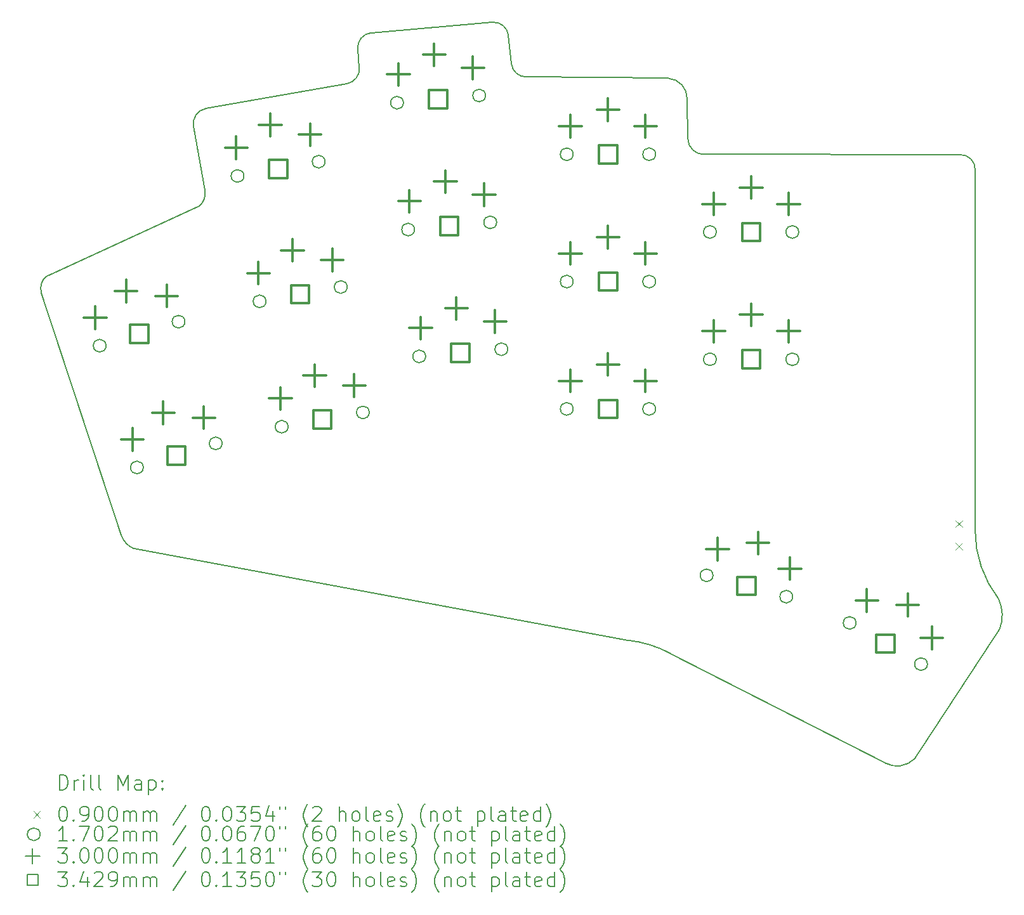
<source format=gbr>
%FSLAX45Y45*%
G04 Gerber Fmt 4.5, Leading zero omitted, Abs format (unit mm)*
G04 Created by KiCad (PCBNEW (6.0.4)) date 2022-05-01 21:28:00*
%MOMM*%
%LPD*%
G01*
G04 APERTURE LIST*
%TA.AperFunction,Profile*%
%ADD10C,0.150000*%
%TD*%
%ADD11C,0.200000*%
%ADD12C,0.090000*%
%ADD13C,0.170180*%
%ADD14C,0.300000*%
%ADD15C,0.342900*%
G04 APERTURE END LIST*
D10*
X10251727Y11883106D02*
G75*
G03*
X10450959Y11700537I199233J17424D01*
G01*
X12608825Y10870340D02*
X12598400Y11404600D01*
X8058800Y11611548D02*
G75*
G03*
X8223309Y11825945I-34731J196962D01*
G01*
X16763999Y4318001D02*
G75*
G03*
X16752859Y4733046I-472509J194990D01*
G01*
X16441111Y5648503D02*
G75*
G03*
X16752859Y4733046I1499999J-3D01*
G01*
X6012082Y11047576D02*
X6163049Y10187462D01*
X11806780Y4180264D02*
X5213573Y5402893D01*
X8383412Y12290698D02*
X9997248Y12431891D01*
X5045087Y5585913D02*
G75*
G03*
X5213573Y5402893I284373J92727D01*
G01*
X16241109Y10662943D02*
X12811720Y10667647D01*
X10450959Y11700537D02*
X12344400Y11684000D01*
X3981545Y8816164D02*
X5045086Y5585913D01*
X10213921Y12250083D02*
G75*
G03*
X9997248Y12431891I-199241J-17433D01*
G01*
X12608823Y10870340D02*
G75*
G03*
X12811720Y10667647I208337J5651D01*
G01*
X6174314Y11279267D02*
G75*
G03*
X6012083Y11047576I34730J-196961D01*
G01*
X15635421Y2598579D02*
X16764000Y4318000D01*
X12374669Y4003459D02*
G75*
G03*
X11806780Y4180264I-740959J-1379509D01*
G01*
X15240000Y2540000D02*
X12374669Y4003459D01*
X12598400Y11404600D02*
G75*
G03*
X12344400Y11684000I-271540J8300D01*
G01*
X15239997Y2539995D02*
G75*
G03*
X15635421Y2598579I158233J295765D01*
G01*
X4045827Y9037960D02*
G75*
G03*
X3981545Y8816164I127373J-157130D01*
G01*
X10213918Y12250083D02*
X10251720Y11883106D01*
X6174314Y11279267D02*
X8058800Y11611553D01*
X6089110Y9978178D02*
G75*
G03*
X6163049Y10187462I-151740J171312D01*
G01*
X8383413Y12290696D02*
G75*
G03*
X8201605Y12074028I17427J-199236D01*
G01*
X4045827Y9037960D02*
X6089109Y9978180D01*
X8223309Y11825945D02*
X8201605Y12074028D01*
X16441105Y10464800D02*
G75*
G03*
X16241109Y10662943I-193446J4750D01*
G01*
X16441109Y5648503D02*
X16441109Y10464800D01*
D11*
D12*
X16179215Y5779949D02*
X16269215Y5689949D01*
X16269215Y5779949D02*
X16179215Y5689949D01*
X16179215Y5479950D02*
X16269215Y5389950D01*
X16269215Y5479950D02*
X16179215Y5389950D01*
D13*
X4843348Y8112192D02*
G75*
G03*
X4843348Y8112192I-85090J0D01*
G01*
X4843348Y8112192D02*
G75*
G03*
X4843348Y8112192I-85090J0D01*
G01*
X5340380Y6486474D02*
G75*
G03*
X5340380Y6486474I-85090J0D01*
G01*
X5340380Y6486474D02*
G75*
G03*
X5340380Y6486474I-85090J0D01*
G01*
X5895283Y8433801D02*
G75*
G03*
X5895283Y8433801I-85090J0D01*
G01*
X5895283Y8433801D02*
G75*
G03*
X5895283Y8433801I-85090J0D01*
G01*
X6392315Y6808083D02*
G75*
G03*
X6392315Y6808083I-85090J0D01*
G01*
X6392315Y6808083D02*
G75*
G03*
X6392315Y6808083I-85090J0D01*
G01*
X6682157Y10379000D02*
G75*
G03*
X6682157Y10379000I-85090J0D01*
G01*
X6682157Y10379000D02*
G75*
G03*
X6682157Y10379000I-85090J0D01*
G01*
X6977359Y8704827D02*
G75*
G03*
X6977359Y8704827I-85090J0D01*
G01*
X6977359Y8704827D02*
G75*
G03*
X6977359Y8704827I-85090J0D01*
G01*
X7272560Y7030654D02*
G75*
G03*
X7272560Y7030654I-85090J0D01*
G01*
X7272560Y7030654D02*
G75*
G03*
X7272560Y7030654I-85090J0D01*
G01*
X7765445Y10570013D02*
G75*
G03*
X7765445Y10570013I-85090J0D01*
G01*
X7765445Y10570013D02*
G75*
G03*
X7765445Y10570013I-85090J0D01*
G01*
X8060647Y8895840D02*
G75*
G03*
X8060647Y8895840I-85090J0D01*
G01*
X8060647Y8895840D02*
G75*
G03*
X8060647Y8895840I-85090J0D01*
G01*
X8355849Y7221667D02*
G75*
G03*
X8355849Y7221667I-85090J0D01*
G01*
X8355849Y7221667D02*
G75*
G03*
X8355849Y7221667I-85090J0D01*
G01*
X8811183Y11357012D02*
G75*
G03*
X8811183Y11357012I-85090J0D01*
G01*
X8811183Y11357012D02*
G75*
G03*
X8811183Y11357012I-85090J0D01*
G01*
X8959347Y9663481D02*
G75*
G03*
X8959347Y9663481I-85090J0D01*
G01*
X8959347Y9663481D02*
G75*
G03*
X8959347Y9663481I-85090J0D01*
G01*
X9107512Y7969950D02*
G75*
G03*
X9107512Y7969950I-85090J0D01*
G01*
X9107512Y7969950D02*
G75*
G03*
X9107512Y7969950I-85090J0D01*
G01*
X9906997Y11452883D02*
G75*
G03*
X9906997Y11452883I-85090J0D01*
G01*
X9906997Y11452883D02*
G75*
G03*
X9906997Y11452883I-85090J0D01*
G01*
X10055161Y9759352D02*
G75*
G03*
X10055161Y9759352I-85090J0D01*
G01*
X10055161Y9759352D02*
G75*
G03*
X10055161Y9759352I-85090J0D01*
G01*
X10203326Y8065821D02*
G75*
G03*
X10203326Y8065821I-85090J0D01*
G01*
X10203326Y8065821D02*
G75*
G03*
X10203326Y8065821I-85090J0D01*
G01*
X11076199Y10668602D02*
G75*
G03*
X11076199Y10668602I-85090J0D01*
G01*
X11076199Y10668602D02*
G75*
G03*
X11076199Y10668602I-85090J0D01*
G01*
X11076199Y8968602D02*
G75*
G03*
X11076199Y8968602I-85090J0D01*
G01*
X11076199Y8968602D02*
G75*
G03*
X11076199Y8968602I-85090J0D01*
G01*
X11076199Y7268602D02*
G75*
G03*
X11076199Y7268602I-85090J0D01*
G01*
X11076199Y7268602D02*
G75*
G03*
X11076199Y7268602I-85090J0D01*
G01*
X12176199Y10668602D02*
G75*
G03*
X12176199Y10668602I-85090J0D01*
G01*
X12176199Y10668602D02*
G75*
G03*
X12176199Y10668602I-85090J0D01*
G01*
X12176199Y8968602D02*
G75*
G03*
X12176199Y8968602I-85090J0D01*
G01*
X12176199Y8968602D02*
G75*
G03*
X12176199Y8968602I-85090J0D01*
G01*
X12176199Y7268602D02*
G75*
G03*
X12176199Y7268602I-85090J0D01*
G01*
X12176199Y7268602D02*
G75*
G03*
X12176199Y7268602I-85090J0D01*
G01*
X12942935Y5046224D02*
G75*
G03*
X12942935Y5046224I-85090J0D01*
G01*
X12942935Y5046224D02*
G75*
G03*
X12942935Y5046224I-85090J0D01*
G01*
X12986823Y9631099D02*
G75*
G03*
X12986823Y9631099I-85090J0D01*
G01*
X12986823Y9631099D02*
G75*
G03*
X12986823Y9631099I-85090J0D01*
G01*
X12986823Y7931098D02*
G75*
G03*
X12986823Y7931098I-85090J0D01*
G01*
X12986823Y7931098D02*
G75*
G03*
X12986823Y7931098I-85090J0D01*
G01*
X14005454Y4761523D02*
G75*
G03*
X14005454Y4761523I-85090J0D01*
G01*
X14005454Y4761523D02*
G75*
G03*
X14005454Y4761523I-85090J0D01*
G01*
X14086823Y9631099D02*
G75*
G03*
X14086823Y9631099I-85090J0D01*
G01*
X14086823Y9631099D02*
G75*
G03*
X14086823Y9631099I-85090J0D01*
G01*
X14086823Y7931098D02*
G75*
G03*
X14086823Y7931098I-85090J0D01*
G01*
X14086823Y7931098D02*
G75*
G03*
X14086823Y7931098I-85090J0D01*
G01*
X14851640Y4411021D02*
G75*
G03*
X14851640Y4411021I-85090J0D01*
G01*
X14851640Y4411021D02*
G75*
G03*
X14851640Y4411021I-85090J0D01*
G01*
X15804268Y3861021D02*
G75*
G03*
X15804268Y3861021I-85090J0D01*
G01*
X15804268Y3861021D02*
G75*
G03*
X15804268Y3861021I-85090J0D01*
G01*
D14*
X4696434Y8635425D02*
X4696434Y8335425D01*
X4546434Y8485425D02*
X4846434Y8485425D01*
X5110265Y8991998D02*
X5110265Y8691998D01*
X4960265Y8841998D02*
X5260265Y8841998D01*
X5110265Y8991998D02*
X5110265Y8691998D01*
X4960265Y8841998D02*
X5260265Y8841998D01*
X5193466Y7009707D02*
X5193466Y6709707D01*
X5043466Y6859707D02*
X5343466Y6859707D01*
X5607297Y7366279D02*
X5607297Y7066279D01*
X5457297Y7216279D02*
X5757297Y7216279D01*
X5607297Y7366279D02*
X5607297Y7066279D01*
X5457297Y7216279D02*
X5757297Y7216279D01*
X5652739Y8927796D02*
X5652739Y8627796D01*
X5502739Y8777796D02*
X5802739Y8777796D01*
X6149771Y7302078D02*
X6149771Y7002078D01*
X5999771Y7152078D02*
X6299771Y7152078D01*
X6581189Y10906986D02*
X6581189Y10606986D01*
X6431189Y10756986D02*
X6731189Y10756986D01*
X6876391Y9232812D02*
X6876391Y8932812D01*
X6726391Y9082812D02*
X7026391Y9082812D01*
X7035390Y11210467D02*
X7035390Y10910467D01*
X6885390Y11060467D02*
X7185390Y11060467D01*
X7035390Y11210467D02*
X7035390Y10910467D01*
X6885390Y11060467D02*
X7185390Y11060467D01*
X7171593Y7558639D02*
X7171593Y7258639D01*
X7021593Y7408639D02*
X7321593Y7408639D01*
X7330592Y9536294D02*
X7330592Y9236294D01*
X7180592Y9386294D02*
X7480592Y9386294D01*
X7330592Y9536294D02*
X7330592Y9236294D01*
X7180592Y9386294D02*
X7480592Y9386294D01*
X7565997Y11080634D02*
X7565997Y10780634D01*
X7415997Y10930634D02*
X7715997Y10930634D01*
X7625794Y7862121D02*
X7625794Y7562121D01*
X7475794Y7712121D02*
X7775794Y7712121D01*
X7625794Y7862121D02*
X7625794Y7562121D01*
X7475794Y7712121D02*
X7775794Y7712121D01*
X7861199Y9406461D02*
X7861199Y9106461D01*
X7711199Y9256461D02*
X8011199Y9256461D01*
X8156401Y7732287D02*
X8156401Y7432287D01*
X8006401Y7582287D02*
X8306401Y7582287D01*
X8743219Y11884943D02*
X8743219Y11584943D01*
X8593219Y11734943D02*
X8893219Y11734943D01*
X8891384Y10191412D02*
X8891384Y9891412D01*
X8741384Y10041412D02*
X9041384Y10041412D01*
X9039548Y8497881D02*
X9039548Y8197881D01*
X8889548Y8347881D02*
X9189548Y8347881D01*
X9222142Y12147683D02*
X9222142Y11847683D01*
X9072142Y11997683D02*
X9372142Y11997683D01*
X9222142Y12147683D02*
X9222142Y11847683D01*
X9072142Y11997683D02*
X9372142Y11997683D01*
X9370307Y10454153D02*
X9370307Y10154153D01*
X9220307Y10304153D02*
X9520307Y10304153D01*
X9370307Y10454153D02*
X9370307Y10154153D01*
X9220307Y10304153D02*
X9520307Y10304153D01*
X9518471Y8760622D02*
X9518471Y8460622D01*
X9368471Y8610622D02*
X9668471Y8610622D01*
X9518471Y8760622D02*
X9518471Y8460622D01*
X9368471Y8610622D02*
X9668471Y8610622D01*
X9739414Y11972099D02*
X9739414Y11672099D01*
X9589414Y11822099D02*
X9889414Y11822099D01*
X9887578Y10278568D02*
X9887578Y9978568D01*
X9737578Y10128568D02*
X10037578Y10128568D01*
X10035743Y8585037D02*
X10035743Y8285037D01*
X9885743Y8435037D02*
X10185743Y8435037D01*
X11041109Y11193602D02*
X11041109Y10893602D01*
X10891109Y11043602D02*
X11191109Y11043602D01*
X11041109Y9493602D02*
X11041109Y9193602D01*
X10891109Y9343602D02*
X11191109Y9343602D01*
X11041109Y7793602D02*
X11041109Y7493602D01*
X10891109Y7643602D02*
X11191109Y7643602D01*
X11541109Y11413602D02*
X11541109Y11113602D01*
X11391109Y11263602D02*
X11691109Y11263602D01*
X11541109Y11413602D02*
X11541109Y11113602D01*
X11391109Y11263602D02*
X11691109Y11263602D01*
X11541109Y9713602D02*
X11541109Y9413602D01*
X11391109Y9563602D02*
X11691109Y9563602D01*
X11541109Y9713602D02*
X11541109Y9413602D01*
X11391109Y9563602D02*
X11691109Y9563602D01*
X11541109Y8013602D02*
X11541109Y7713602D01*
X11391109Y7863602D02*
X11691109Y7863602D01*
X11541109Y8013602D02*
X11541109Y7713602D01*
X11391109Y7863602D02*
X11691109Y7863602D01*
X12041109Y11193602D02*
X12041109Y10893602D01*
X11891109Y11043602D02*
X12191109Y11043602D01*
X12041109Y9493602D02*
X12041109Y9193602D01*
X11891109Y9343602D02*
X12191109Y9343602D01*
X12041109Y7793602D02*
X12041109Y7493602D01*
X11891109Y7643602D02*
X12191109Y7643602D01*
X12951733Y10156099D02*
X12951733Y9856099D01*
X12801733Y10006099D02*
X13101733Y10006099D01*
X12951733Y8456099D02*
X12951733Y8156098D01*
X12801733Y8306098D02*
X13101733Y8306098D01*
X13003199Y5545506D02*
X13003199Y5245506D01*
X12853199Y5395506D02*
X13153199Y5395506D01*
X13451733Y10376099D02*
X13451733Y10076099D01*
X13301733Y10226099D02*
X13601733Y10226099D01*
X13451733Y10376099D02*
X13451733Y10076099D01*
X13301733Y10226099D02*
X13601733Y10226099D01*
X13451733Y8676099D02*
X13451733Y8376098D01*
X13301733Y8526099D02*
X13601733Y8526099D01*
X13451733Y8676099D02*
X13451733Y8376098D01*
X13301733Y8526099D02*
X13601733Y8526099D01*
X13543102Y5628600D02*
X13543102Y5328600D01*
X13393102Y5478600D02*
X13693102Y5478600D01*
X13543102Y5628600D02*
X13543102Y5328600D01*
X13393102Y5478600D02*
X13693102Y5478600D01*
X13951733Y10156099D02*
X13951733Y9856099D01*
X13801733Y10006099D02*
X14101733Y10006099D01*
X13951733Y8456099D02*
X13951733Y8156098D01*
X13801733Y8306098D02*
X14101733Y8306098D01*
X13969125Y5286687D02*
X13969125Y4986687D01*
X13819125Y5136687D02*
X14119125Y5136687D01*
X14997352Y4860781D02*
X14997352Y4560781D01*
X14847352Y4710781D02*
X15147352Y4710781D01*
X15540364Y4801306D02*
X15540364Y4501306D01*
X15390364Y4651306D02*
X15690364Y4651306D01*
X15540364Y4801306D02*
X15540364Y4501306D01*
X15390364Y4651306D02*
X15690364Y4651306D01*
X15863377Y4360781D02*
X15863377Y4060781D01*
X15713377Y4210781D02*
X16013377Y4210781D01*
D15*
X5405461Y8151762D02*
X5405461Y8394231D01*
X5162991Y8394231D01*
X5162991Y8151762D01*
X5405461Y8151762D01*
X5405461Y8151762D02*
X5405461Y8394231D01*
X5162991Y8394231D01*
X5162991Y8151762D01*
X5405461Y8151762D01*
X5902492Y6526044D02*
X5902492Y6768513D01*
X5660023Y6768513D01*
X5660023Y6526044D01*
X5902492Y6526044D01*
X5902492Y6526044D02*
X5902492Y6768513D01*
X5660023Y6768513D01*
X5660023Y6526044D01*
X5902492Y6526044D01*
X7259946Y10353272D02*
X7259946Y10595741D01*
X7017476Y10595741D01*
X7017476Y10353272D01*
X7259946Y10353272D01*
X7259946Y10353272D02*
X7259946Y10595741D01*
X7017476Y10595741D01*
X7017476Y10353272D01*
X7259946Y10353272D01*
X7555147Y8679099D02*
X7555147Y8921568D01*
X7312678Y8921568D01*
X7312678Y8679099D01*
X7555147Y8679099D01*
X7555147Y8679099D02*
X7555147Y8921568D01*
X7312678Y8921568D01*
X7312678Y8679099D01*
X7555147Y8679099D01*
X7850349Y7004926D02*
X7850349Y7247395D01*
X7607880Y7247395D01*
X7607880Y7004926D01*
X7850349Y7004926D01*
X7850349Y7004926D02*
X7850349Y7247395D01*
X7607880Y7247395D01*
X7607880Y7004926D01*
X7850349Y7004926D01*
X9395234Y11283713D02*
X9395234Y11526182D01*
X9152765Y11526182D01*
X9152765Y11283713D01*
X9395234Y11283713D01*
X9395234Y11283713D02*
X9395234Y11526182D01*
X9152765Y11526182D01*
X9152765Y11283713D01*
X9395234Y11283713D01*
X9543399Y9590182D02*
X9543399Y9832651D01*
X9300930Y9832651D01*
X9300930Y9590182D01*
X9543399Y9590182D01*
X9543399Y9590182D02*
X9543399Y9832651D01*
X9300930Y9832651D01*
X9300930Y9590182D01*
X9543399Y9590182D01*
X9691564Y7896651D02*
X9691564Y8139120D01*
X9449095Y8139120D01*
X9449095Y7896651D01*
X9691564Y7896651D01*
X9691564Y7896651D02*
X9691564Y8139120D01*
X9449095Y8139120D01*
X9449095Y7896651D01*
X9691564Y7896651D01*
X11662343Y10547367D02*
X11662343Y10789836D01*
X11419874Y10789836D01*
X11419874Y10547367D01*
X11662343Y10547367D01*
X11662343Y10547367D02*
X11662343Y10789836D01*
X11419874Y10789836D01*
X11419874Y10547367D01*
X11662343Y10547367D01*
X11662343Y8847367D02*
X11662343Y9089836D01*
X11419874Y9089836D01*
X11419874Y8847367D01*
X11662343Y8847367D01*
X11662343Y8847367D02*
X11662343Y9089836D01*
X11419874Y9089836D01*
X11419874Y8847367D01*
X11662343Y8847367D01*
X11662343Y7147367D02*
X11662343Y7389836D01*
X11419874Y7389836D01*
X11419874Y7147367D01*
X11662343Y7147367D01*
X11662343Y7147367D02*
X11662343Y7389836D01*
X11419874Y7389836D01*
X11419874Y7147367D01*
X11662343Y7147367D01*
X13510339Y4782639D02*
X13510339Y5025108D01*
X13267870Y5025108D01*
X13267870Y4782639D01*
X13510339Y4782639D01*
X13510339Y4782639D02*
X13510339Y5025108D01*
X13267870Y5025108D01*
X13267870Y4782639D01*
X13510339Y4782639D01*
X13572968Y9509864D02*
X13572968Y9752333D01*
X13330499Y9752333D01*
X13330499Y9509864D01*
X13572968Y9509864D01*
X13572968Y9509864D02*
X13572968Y9752333D01*
X13330499Y9752333D01*
X13330499Y9509864D01*
X13572968Y9509864D01*
X13572968Y7809864D02*
X13572968Y8052333D01*
X13330499Y8052333D01*
X13330499Y7809864D01*
X13572968Y7809864D01*
X13572968Y7809864D02*
X13572968Y8052333D01*
X13330499Y8052333D01*
X13330499Y7809864D01*
X13572968Y7809864D01*
X15364099Y4014787D02*
X15364099Y4257256D01*
X15121630Y4257256D01*
X15121630Y4014787D01*
X15364099Y4014787D01*
X15364099Y4014787D02*
X15364099Y4257256D01*
X15121630Y4257256D01*
X15121630Y4014787D01*
X15364099Y4014787D01*
D11*
X4221048Y2182352D02*
X4221048Y2382352D01*
X4268667Y2382352D01*
X4297239Y2372828D01*
X4316286Y2353780D01*
X4325810Y2334733D01*
X4335334Y2296637D01*
X4335334Y2268066D01*
X4325810Y2229971D01*
X4316286Y2210923D01*
X4297239Y2191875D01*
X4268667Y2182352D01*
X4221048Y2182352D01*
X4421048Y2182352D02*
X4421048Y2315685D01*
X4421048Y2277590D02*
X4430572Y2296637D01*
X4440096Y2306161D01*
X4459144Y2315685D01*
X4478191Y2315685D01*
X4544858Y2182352D02*
X4544858Y2315685D01*
X4544858Y2382352D02*
X4535334Y2372828D01*
X4544858Y2363304D01*
X4554382Y2372828D01*
X4544858Y2382352D01*
X4544858Y2363304D01*
X4668667Y2182352D02*
X4649620Y2191875D01*
X4640096Y2210923D01*
X4640096Y2382352D01*
X4773429Y2182352D02*
X4754382Y2191875D01*
X4744858Y2210923D01*
X4744858Y2382352D01*
X5002001Y2182352D02*
X5002001Y2382352D01*
X5068667Y2239494D01*
X5135334Y2382352D01*
X5135334Y2182352D01*
X5316286Y2182352D02*
X5316286Y2287114D01*
X5306763Y2306161D01*
X5287715Y2315685D01*
X5249620Y2315685D01*
X5230572Y2306161D01*
X5316286Y2191875D02*
X5297239Y2182352D01*
X5249620Y2182352D01*
X5230572Y2191875D01*
X5221048Y2210923D01*
X5221048Y2229971D01*
X5230572Y2249018D01*
X5249620Y2258542D01*
X5297239Y2258542D01*
X5316286Y2268066D01*
X5411525Y2315685D02*
X5411525Y2115685D01*
X5411525Y2306161D02*
X5430572Y2315685D01*
X5468667Y2315685D01*
X5487715Y2306161D01*
X5497239Y2296637D01*
X5506763Y2277590D01*
X5506763Y2220447D01*
X5497239Y2201399D01*
X5487715Y2191875D01*
X5468667Y2182352D01*
X5430572Y2182352D01*
X5411525Y2191875D01*
X5592477Y2201399D02*
X5602001Y2191875D01*
X5592477Y2182352D01*
X5582953Y2191875D01*
X5592477Y2201399D01*
X5592477Y2182352D01*
X5592477Y2306161D02*
X5602001Y2296637D01*
X5592477Y2287114D01*
X5582953Y2296637D01*
X5592477Y2306161D01*
X5592477Y2287114D01*
D12*
X3873429Y1897828D02*
X3963429Y1807828D01*
X3963429Y1897828D02*
X3873429Y1807828D01*
D11*
X4259144Y1962352D02*
X4278191Y1962352D01*
X4297239Y1952828D01*
X4306763Y1943304D01*
X4316286Y1924256D01*
X4325810Y1886161D01*
X4325810Y1838542D01*
X4316286Y1800447D01*
X4306763Y1781399D01*
X4297239Y1771875D01*
X4278191Y1762352D01*
X4259144Y1762352D01*
X4240096Y1771875D01*
X4230572Y1781399D01*
X4221048Y1800447D01*
X4211525Y1838542D01*
X4211525Y1886161D01*
X4221048Y1924256D01*
X4230572Y1943304D01*
X4240096Y1952828D01*
X4259144Y1962352D01*
X4411525Y1781399D02*
X4421048Y1771875D01*
X4411525Y1762352D01*
X4402001Y1771875D01*
X4411525Y1781399D01*
X4411525Y1762352D01*
X4516286Y1762352D02*
X4554382Y1762352D01*
X4573429Y1771875D01*
X4582953Y1781399D01*
X4602001Y1809971D01*
X4611525Y1848066D01*
X4611525Y1924256D01*
X4602001Y1943304D01*
X4592477Y1952828D01*
X4573429Y1962352D01*
X4535334Y1962352D01*
X4516286Y1952828D01*
X4506763Y1943304D01*
X4497239Y1924256D01*
X4497239Y1876637D01*
X4506763Y1857590D01*
X4516286Y1848066D01*
X4535334Y1838542D01*
X4573429Y1838542D01*
X4592477Y1848066D01*
X4602001Y1857590D01*
X4611525Y1876637D01*
X4735334Y1962352D02*
X4754382Y1962352D01*
X4773429Y1952828D01*
X4782953Y1943304D01*
X4792477Y1924256D01*
X4802001Y1886161D01*
X4802001Y1838542D01*
X4792477Y1800447D01*
X4782953Y1781399D01*
X4773429Y1771875D01*
X4754382Y1762352D01*
X4735334Y1762352D01*
X4716286Y1771875D01*
X4706763Y1781399D01*
X4697239Y1800447D01*
X4687715Y1838542D01*
X4687715Y1886161D01*
X4697239Y1924256D01*
X4706763Y1943304D01*
X4716286Y1952828D01*
X4735334Y1962352D01*
X4925810Y1962352D02*
X4944858Y1962352D01*
X4963905Y1952828D01*
X4973429Y1943304D01*
X4982953Y1924256D01*
X4992477Y1886161D01*
X4992477Y1838542D01*
X4982953Y1800447D01*
X4973429Y1781399D01*
X4963905Y1771875D01*
X4944858Y1762352D01*
X4925810Y1762352D01*
X4906763Y1771875D01*
X4897239Y1781399D01*
X4887715Y1800447D01*
X4878191Y1838542D01*
X4878191Y1886161D01*
X4887715Y1924256D01*
X4897239Y1943304D01*
X4906763Y1952828D01*
X4925810Y1962352D01*
X5078191Y1762352D02*
X5078191Y1895685D01*
X5078191Y1876637D02*
X5087715Y1886161D01*
X5106763Y1895685D01*
X5135334Y1895685D01*
X5154382Y1886161D01*
X5163905Y1867113D01*
X5163905Y1762352D01*
X5163905Y1867113D02*
X5173429Y1886161D01*
X5192477Y1895685D01*
X5221048Y1895685D01*
X5240096Y1886161D01*
X5249620Y1867113D01*
X5249620Y1762352D01*
X5344858Y1762352D02*
X5344858Y1895685D01*
X5344858Y1876637D02*
X5354382Y1886161D01*
X5373429Y1895685D01*
X5402001Y1895685D01*
X5421048Y1886161D01*
X5430572Y1867113D01*
X5430572Y1762352D01*
X5430572Y1867113D02*
X5440096Y1886161D01*
X5459144Y1895685D01*
X5487715Y1895685D01*
X5506763Y1886161D01*
X5516286Y1867113D01*
X5516286Y1762352D01*
X5906763Y1971875D02*
X5735334Y1714732D01*
X6163905Y1962352D02*
X6182953Y1962352D01*
X6202001Y1952828D01*
X6211524Y1943304D01*
X6221048Y1924256D01*
X6230572Y1886161D01*
X6230572Y1838542D01*
X6221048Y1800447D01*
X6211524Y1781399D01*
X6202001Y1771875D01*
X6182953Y1762352D01*
X6163905Y1762352D01*
X6144858Y1771875D01*
X6135334Y1781399D01*
X6125810Y1800447D01*
X6116286Y1838542D01*
X6116286Y1886161D01*
X6125810Y1924256D01*
X6135334Y1943304D01*
X6144858Y1952828D01*
X6163905Y1962352D01*
X6316286Y1781399D02*
X6325810Y1771875D01*
X6316286Y1762352D01*
X6306763Y1771875D01*
X6316286Y1781399D01*
X6316286Y1762352D01*
X6449620Y1962352D02*
X6468667Y1962352D01*
X6487715Y1952828D01*
X6497239Y1943304D01*
X6506763Y1924256D01*
X6516286Y1886161D01*
X6516286Y1838542D01*
X6506763Y1800447D01*
X6497239Y1781399D01*
X6487715Y1771875D01*
X6468667Y1762352D01*
X6449620Y1762352D01*
X6430572Y1771875D01*
X6421048Y1781399D01*
X6411524Y1800447D01*
X6402001Y1838542D01*
X6402001Y1886161D01*
X6411524Y1924256D01*
X6421048Y1943304D01*
X6430572Y1952828D01*
X6449620Y1962352D01*
X6582953Y1962352D02*
X6706763Y1962352D01*
X6640096Y1886161D01*
X6668667Y1886161D01*
X6687715Y1876637D01*
X6697239Y1867113D01*
X6706763Y1848066D01*
X6706763Y1800447D01*
X6697239Y1781399D01*
X6687715Y1771875D01*
X6668667Y1762352D01*
X6611524Y1762352D01*
X6592477Y1771875D01*
X6582953Y1781399D01*
X6887715Y1962352D02*
X6792477Y1962352D01*
X6782953Y1867113D01*
X6792477Y1876637D01*
X6811524Y1886161D01*
X6859143Y1886161D01*
X6878191Y1876637D01*
X6887715Y1867113D01*
X6897239Y1848066D01*
X6897239Y1800447D01*
X6887715Y1781399D01*
X6878191Y1771875D01*
X6859143Y1762352D01*
X6811524Y1762352D01*
X6792477Y1771875D01*
X6782953Y1781399D01*
X7068667Y1895685D02*
X7068667Y1762352D01*
X7021048Y1971875D02*
X6973429Y1829018D01*
X7097239Y1829018D01*
X7163905Y1962352D02*
X7163905Y1924256D01*
X7240096Y1962352D02*
X7240096Y1924256D01*
X7535334Y1686161D02*
X7525810Y1695685D01*
X7506763Y1724256D01*
X7497239Y1743304D01*
X7487715Y1771875D01*
X7478191Y1819494D01*
X7478191Y1857590D01*
X7487715Y1905209D01*
X7497239Y1933780D01*
X7506763Y1952828D01*
X7525810Y1981399D01*
X7535334Y1990923D01*
X7602001Y1943304D02*
X7611524Y1952828D01*
X7630572Y1962352D01*
X7678191Y1962352D01*
X7697239Y1952828D01*
X7706763Y1943304D01*
X7716286Y1924256D01*
X7716286Y1905209D01*
X7706763Y1876637D01*
X7592477Y1762352D01*
X7716286Y1762352D01*
X7954382Y1762352D02*
X7954382Y1962352D01*
X8040096Y1762352D02*
X8040096Y1867113D01*
X8030572Y1886161D01*
X8011524Y1895685D01*
X7982953Y1895685D01*
X7963905Y1886161D01*
X7954382Y1876637D01*
X8163905Y1762352D02*
X8144858Y1771875D01*
X8135334Y1781399D01*
X8125810Y1800447D01*
X8125810Y1857590D01*
X8135334Y1876637D01*
X8144858Y1886161D01*
X8163905Y1895685D01*
X8192477Y1895685D01*
X8211524Y1886161D01*
X8221048Y1876637D01*
X8230572Y1857590D01*
X8230572Y1800447D01*
X8221048Y1781399D01*
X8211524Y1771875D01*
X8192477Y1762352D01*
X8163905Y1762352D01*
X8344858Y1762352D02*
X8325810Y1771875D01*
X8316286Y1790923D01*
X8316286Y1962352D01*
X8497239Y1771875D02*
X8478191Y1762352D01*
X8440096Y1762352D01*
X8421048Y1771875D01*
X8411525Y1790923D01*
X8411525Y1867113D01*
X8421048Y1886161D01*
X8440096Y1895685D01*
X8478191Y1895685D01*
X8497239Y1886161D01*
X8506763Y1867113D01*
X8506763Y1848066D01*
X8411525Y1829018D01*
X8582953Y1771875D02*
X8602001Y1762352D01*
X8640096Y1762352D01*
X8659144Y1771875D01*
X8668667Y1790923D01*
X8668667Y1800447D01*
X8659144Y1819494D01*
X8640096Y1829018D01*
X8611525Y1829018D01*
X8592477Y1838542D01*
X8582953Y1857590D01*
X8582953Y1867113D01*
X8592477Y1886161D01*
X8611525Y1895685D01*
X8640096Y1895685D01*
X8659144Y1886161D01*
X8735334Y1686161D02*
X8744858Y1695685D01*
X8763905Y1724256D01*
X8773429Y1743304D01*
X8782953Y1771875D01*
X8792477Y1819494D01*
X8792477Y1857590D01*
X8782953Y1905209D01*
X8773429Y1933780D01*
X8763905Y1952828D01*
X8744858Y1981399D01*
X8735334Y1990923D01*
X9097239Y1686161D02*
X9087715Y1695685D01*
X9068667Y1724256D01*
X9059144Y1743304D01*
X9049620Y1771875D01*
X9040096Y1819494D01*
X9040096Y1857590D01*
X9049620Y1905209D01*
X9059144Y1933780D01*
X9068667Y1952828D01*
X9087715Y1981399D01*
X9097239Y1990923D01*
X9173429Y1895685D02*
X9173429Y1762352D01*
X9173429Y1876637D02*
X9182953Y1886161D01*
X9202001Y1895685D01*
X9230572Y1895685D01*
X9249620Y1886161D01*
X9259144Y1867113D01*
X9259144Y1762352D01*
X9382953Y1762352D02*
X9363905Y1771875D01*
X9354382Y1781399D01*
X9344858Y1800447D01*
X9344858Y1857590D01*
X9354382Y1876637D01*
X9363905Y1886161D01*
X9382953Y1895685D01*
X9411525Y1895685D01*
X9430572Y1886161D01*
X9440096Y1876637D01*
X9449620Y1857590D01*
X9449620Y1800447D01*
X9440096Y1781399D01*
X9430572Y1771875D01*
X9411525Y1762352D01*
X9382953Y1762352D01*
X9506763Y1895685D02*
X9582953Y1895685D01*
X9535334Y1962352D02*
X9535334Y1790923D01*
X9544858Y1771875D01*
X9563905Y1762352D01*
X9582953Y1762352D01*
X9802001Y1895685D02*
X9802001Y1695685D01*
X9802001Y1886161D02*
X9821048Y1895685D01*
X9859144Y1895685D01*
X9878191Y1886161D01*
X9887715Y1876637D01*
X9897239Y1857590D01*
X9897239Y1800447D01*
X9887715Y1781399D01*
X9878191Y1771875D01*
X9859144Y1762352D01*
X9821048Y1762352D01*
X9802001Y1771875D01*
X10011525Y1762352D02*
X9992477Y1771875D01*
X9982953Y1790923D01*
X9982953Y1962352D01*
X10173429Y1762352D02*
X10173429Y1867113D01*
X10163905Y1886161D01*
X10144858Y1895685D01*
X10106763Y1895685D01*
X10087715Y1886161D01*
X10173429Y1771875D02*
X10154382Y1762352D01*
X10106763Y1762352D01*
X10087715Y1771875D01*
X10078191Y1790923D01*
X10078191Y1809971D01*
X10087715Y1829018D01*
X10106763Y1838542D01*
X10154382Y1838542D01*
X10173429Y1848066D01*
X10240096Y1895685D02*
X10316286Y1895685D01*
X10268667Y1962352D02*
X10268667Y1790923D01*
X10278191Y1771875D01*
X10297239Y1762352D01*
X10316286Y1762352D01*
X10459144Y1771875D02*
X10440096Y1762352D01*
X10402001Y1762352D01*
X10382953Y1771875D01*
X10373429Y1790923D01*
X10373429Y1867113D01*
X10382953Y1886161D01*
X10402001Y1895685D01*
X10440096Y1895685D01*
X10459144Y1886161D01*
X10468667Y1867113D01*
X10468667Y1848066D01*
X10373429Y1829018D01*
X10640096Y1762352D02*
X10640096Y1962352D01*
X10640096Y1771875D02*
X10621048Y1762352D01*
X10582953Y1762352D01*
X10563905Y1771875D01*
X10554382Y1781399D01*
X10544858Y1800447D01*
X10544858Y1857590D01*
X10554382Y1876637D01*
X10563905Y1886161D01*
X10582953Y1895685D01*
X10621048Y1895685D01*
X10640096Y1886161D01*
X10716286Y1686161D02*
X10725810Y1695685D01*
X10744858Y1724256D01*
X10754382Y1743304D01*
X10763905Y1771875D01*
X10773429Y1819494D01*
X10773429Y1857590D01*
X10763905Y1905209D01*
X10754382Y1933780D01*
X10744858Y1952828D01*
X10725810Y1981399D01*
X10716286Y1990923D01*
D13*
X3963429Y1588828D02*
G75*
G03*
X3963429Y1588828I-85090J0D01*
G01*
D11*
X4325810Y1498352D02*
X4211525Y1498352D01*
X4268667Y1498352D02*
X4268667Y1698352D01*
X4249620Y1669780D01*
X4230572Y1650732D01*
X4211525Y1641209D01*
X4411525Y1517399D02*
X4421048Y1507875D01*
X4411525Y1498352D01*
X4402001Y1507875D01*
X4411525Y1517399D01*
X4411525Y1498352D01*
X4487715Y1698352D02*
X4621048Y1698352D01*
X4535334Y1498352D01*
X4735334Y1698352D02*
X4754382Y1698352D01*
X4773429Y1688828D01*
X4782953Y1679304D01*
X4792477Y1660256D01*
X4802001Y1622161D01*
X4802001Y1574542D01*
X4792477Y1536447D01*
X4782953Y1517399D01*
X4773429Y1507875D01*
X4754382Y1498352D01*
X4735334Y1498352D01*
X4716286Y1507875D01*
X4706763Y1517399D01*
X4697239Y1536447D01*
X4687715Y1574542D01*
X4687715Y1622161D01*
X4697239Y1660256D01*
X4706763Y1679304D01*
X4716286Y1688828D01*
X4735334Y1698352D01*
X4878191Y1679304D02*
X4887715Y1688828D01*
X4906763Y1698352D01*
X4954382Y1698352D01*
X4973429Y1688828D01*
X4982953Y1679304D01*
X4992477Y1660256D01*
X4992477Y1641209D01*
X4982953Y1612637D01*
X4868667Y1498352D01*
X4992477Y1498352D01*
X5078191Y1498352D02*
X5078191Y1631685D01*
X5078191Y1612637D02*
X5087715Y1622161D01*
X5106763Y1631685D01*
X5135334Y1631685D01*
X5154382Y1622161D01*
X5163905Y1603113D01*
X5163905Y1498352D01*
X5163905Y1603113D02*
X5173429Y1622161D01*
X5192477Y1631685D01*
X5221048Y1631685D01*
X5240096Y1622161D01*
X5249620Y1603113D01*
X5249620Y1498352D01*
X5344858Y1498352D02*
X5344858Y1631685D01*
X5344858Y1612637D02*
X5354382Y1622161D01*
X5373429Y1631685D01*
X5402001Y1631685D01*
X5421048Y1622161D01*
X5430572Y1603113D01*
X5430572Y1498352D01*
X5430572Y1603113D02*
X5440096Y1622161D01*
X5459144Y1631685D01*
X5487715Y1631685D01*
X5506763Y1622161D01*
X5516286Y1603113D01*
X5516286Y1498352D01*
X5906763Y1707875D02*
X5735334Y1450732D01*
X6163905Y1698352D02*
X6182953Y1698352D01*
X6202001Y1688828D01*
X6211524Y1679304D01*
X6221048Y1660256D01*
X6230572Y1622161D01*
X6230572Y1574542D01*
X6221048Y1536447D01*
X6211524Y1517399D01*
X6202001Y1507875D01*
X6182953Y1498352D01*
X6163905Y1498352D01*
X6144858Y1507875D01*
X6135334Y1517399D01*
X6125810Y1536447D01*
X6116286Y1574542D01*
X6116286Y1622161D01*
X6125810Y1660256D01*
X6135334Y1679304D01*
X6144858Y1688828D01*
X6163905Y1698352D01*
X6316286Y1517399D02*
X6325810Y1507875D01*
X6316286Y1498352D01*
X6306763Y1507875D01*
X6316286Y1517399D01*
X6316286Y1498352D01*
X6449620Y1698352D02*
X6468667Y1698352D01*
X6487715Y1688828D01*
X6497239Y1679304D01*
X6506763Y1660256D01*
X6516286Y1622161D01*
X6516286Y1574542D01*
X6506763Y1536447D01*
X6497239Y1517399D01*
X6487715Y1507875D01*
X6468667Y1498352D01*
X6449620Y1498352D01*
X6430572Y1507875D01*
X6421048Y1517399D01*
X6411524Y1536447D01*
X6402001Y1574542D01*
X6402001Y1622161D01*
X6411524Y1660256D01*
X6421048Y1679304D01*
X6430572Y1688828D01*
X6449620Y1698352D01*
X6687715Y1698352D02*
X6649620Y1698352D01*
X6630572Y1688828D01*
X6621048Y1679304D01*
X6602001Y1650732D01*
X6592477Y1612637D01*
X6592477Y1536447D01*
X6602001Y1517399D01*
X6611524Y1507875D01*
X6630572Y1498352D01*
X6668667Y1498352D01*
X6687715Y1507875D01*
X6697239Y1517399D01*
X6706763Y1536447D01*
X6706763Y1584066D01*
X6697239Y1603113D01*
X6687715Y1612637D01*
X6668667Y1622161D01*
X6630572Y1622161D01*
X6611524Y1612637D01*
X6602001Y1603113D01*
X6592477Y1584066D01*
X6773429Y1698352D02*
X6906763Y1698352D01*
X6821048Y1498352D01*
X7021048Y1698352D02*
X7040096Y1698352D01*
X7059143Y1688828D01*
X7068667Y1679304D01*
X7078191Y1660256D01*
X7087715Y1622161D01*
X7087715Y1574542D01*
X7078191Y1536447D01*
X7068667Y1517399D01*
X7059143Y1507875D01*
X7040096Y1498352D01*
X7021048Y1498352D01*
X7002001Y1507875D01*
X6992477Y1517399D01*
X6982953Y1536447D01*
X6973429Y1574542D01*
X6973429Y1622161D01*
X6982953Y1660256D01*
X6992477Y1679304D01*
X7002001Y1688828D01*
X7021048Y1698352D01*
X7163905Y1698352D02*
X7163905Y1660256D01*
X7240096Y1698352D02*
X7240096Y1660256D01*
X7535334Y1422161D02*
X7525810Y1431685D01*
X7506763Y1460256D01*
X7497239Y1479304D01*
X7487715Y1507875D01*
X7478191Y1555494D01*
X7478191Y1593590D01*
X7487715Y1641209D01*
X7497239Y1669780D01*
X7506763Y1688828D01*
X7525810Y1717399D01*
X7535334Y1726923D01*
X7697239Y1698352D02*
X7659143Y1698352D01*
X7640096Y1688828D01*
X7630572Y1679304D01*
X7611524Y1650732D01*
X7602001Y1612637D01*
X7602001Y1536447D01*
X7611524Y1517399D01*
X7621048Y1507875D01*
X7640096Y1498352D01*
X7678191Y1498352D01*
X7697239Y1507875D01*
X7706763Y1517399D01*
X7716286Y1536447D01*
X7716286Y1584066D01*
X7706763Y1603113D01*
X7697239Y1612637D01*
X7678191Y1622161D01*
X7640096Y1622161D01*
X7621048Y1612637D01*
X7611524Y1603113D01*
X7602001Y1584066D01*
X7840096Y1698352D02*
X7859143Y1698352D01*
X7878191Y1688828D01*
X7887715Y1679304D01*
X7897239Y1660256D01*
X7906763Y1622161D01*
X7906763Y1574542D01*
X7897239Y1536447D01*
X7887715Y1517399D01*
X7878191Y1507875D01*
X7859143Y1498352D01*
X7840096Y1498352D01*
X7821048Y1507875D01*
X7811524Y1517399D01*
X7802001Y1536447D01*
X7792477Y1574542D01*
X7792477Y1622161D01*
X7802001Y1660256D01*
X7811524Y1679304D01*
X7821048Y1688828D01*
X7840096Y1698352D01*
X8144858Y1498352D02*
X8144858Y1698352D01*
X8230572Y1498352D02*
X8230572Y1603113D01*
X8221048Y1622161D01*
X8202001Y1631685D01*
X8173429Y1631685D01*
X8154382Y1622161D01*
X8144858Y1612637D01*
X8354382Y1498352D02*
X8335334Y1507875D01*
X8325810Y1517399D01*
X8316286Y1536447D01*
X8316286Y1593590D01*
X8325810Y1612637D01*
X8335334Y1622161D01*
X8354382Y1631685D01*
X8382953Y1631685D01*
X8402001Y1622161D01*
X8411525Y1612637D01*
X8421048Y1593590D01*
X8421048Y1536447D01*
X8411525Y1517399D01*
X8402001Y1507875D01*
X8382953Y1498352D01*
X8354382Y1498352D01*
X8535334Y1498352D02*
X8516286Y1507875D01*
X8506763Y1526923D01*
X8506763Y1698352D01*
X8687715Y1507875D02*
X8668667Y1498352D01*
X8630572Y1498352D01*
X8611525Y1507875D01*
X8602001Y1526923D01*
X8602001Y1603113D01*
X8611525Y1622161D01*
X8630572Y1631685D01*
X8668667Y1631685D01*
X8687715Y1622161D01*
X8697239Y1603113D01*
X8697239Y1584066D01*
X8602001Y1565018D01*
X8773429Y1507875D02*
X8792477Y1498352D01*
X8830572Y1498352D01*
X8849620Y1507875D01*
X8859144Y1526923D01*
X8859144Y1536447D01*
X8849620Y1555494D01*
X8830572Y1565018D01*
X8802001Y1565018D01*
X8782953Y1574542D01*
X8773429Y1593590D01*
X8773429Y1603113D01*
X8782953Y1622161D01*
X8802001Y1631685D01*
X8830572Y1631685D01*
X8849620Y1622161D01*
X8925810Y1422161D02*
X8935334Y1431685D01*
X8954382Y1460256D01*
X8963905Y1479304D01*
X8973429Y1507875D01*
X8982953Y1555494D01*
X8982953Y1593590D01*
X8973429Y1641209D01*
X8963905Y1669780D01*
X8954382Y1688828D01*
X8935334Y1717399D01*
X8925810Y1726923D01*
X9287715Y1422161D02*
X9278191Y1431685D01*
X9259144Y1460256D01*
X9249620Y1479304D01*
X9240096Y1507875D01*
X9230572Y1555494D01*
X9230572Y1593590D01*
X9240096Y1641209D01*
X9249620Y1669780D01*
X9259144Y1688828D01*
X9278191Y1717399D01*
X9287715Y1726923D01*
X9363905Y1631685D02*
X9363905Y1498352D01*
X9363905Y1612637D02*
X9373429Y1622161D01*
X9392477Y1631685D01*
X9421048Y1631685D01*
X9440096Y1622161D01*
X9449620Y1603113D01*
X9449620Y1498352D01*
X9573429Y1498352D02*
X9554382Y1507875D01*
X9544858Y1517399D01*
X9535334Y1536447D01*
X9535334Y1593590D01*
X9544858Y1612637D01*
X9554382Y1622161D01*
X9573429Y1631685D01*
X9602001Y1631685D01*
X9621048Y1622161D01*
X9630572Y1612637D01*
X9640096Y1593590D01*
X9640096Y1536447D01*
X9630572Y1517399D01*
X9621048Y1507875D01*
X9602001Y1498352D01*
X9573429Y1498352D01*
X9697239Y1631685D02*
X9773429Y1631685D01*
X9725810Y1698352D02*
X9725810Y1526923D01*
X9735334Y1507875D01*
X9754382Y1498352D01*
X9773429Y1498352D01*
X9992477Y1631685D02*
X9992477Y1431685D01*
X9992477Y1622161D02*
X10011525Y1631685D01*
X10049620Y1631685D01*
X10068667Y1622161D01*
X10078191Y1612637D01*
X10087715Y1593590D01*
X10087715Y1536447D01*
X10078191Y1517399D01*
X10068667Y1507875D01*
X10049620Y1498352D01*
X10011525Y1498352D01*
X9992477Y1507875D01*
X10202001Y1498352D02*
X10182953Y1507875D01*
X10173429Y1526923D01*
X10173429Y1698352D01*
X10363905Y1498352D02*
X10363905Y1603113D01*
X10354382Y1622161D01*
X10335334Y1631685D01*
X10297239Y1631685D01*
X10278191Y1622161D01*
X10363905Y1507875D02*
X10344858Y1498352D01*
X10297239Y1498352D01*
X10278191Y1507875D01*
X10268667Y1526923D01*
X10268667Y1545971D01*
X10278191Y1565018D01*
X10297239Y1574542D01*
X10344858Y1574542D01*
X10363905Y1584066D01*
X10430572Y1631685D02*
X10506763Y1631685D01*
X10459144Y1698352D02*
X10459144Y1526923D01*
X10468667Y1507875D01*
X10487715Y1498352D01*
X10506763Y1498352D01*
X10649620Y1507875D02*
X10630572Y1498352D01*
X10592477Y1498352D01*
X10573429Y1507875D01*
X10563905Y1526923D01*
X10563905Y1603113D01*
X10573429Y1622161D01*
X10592477Y1631685D01*
X10630572Y1631685D01*
X10649620Y1622161D01*
X10659144Y1603113D01*
X10659144Y1584066D01*
X10563905Y1565018D01*
X10830572Y1498352D02*
X10830572Y1698352D01*
X10830572Y1507875D02*
X10811525Y1498352D01*
X10773429Y1498352D01*
X10754382Y1507875D01*
X10744858Y1517399D01*
X10735334Y1536447D01*
X10735334Y1593590D01*
X10744858Y1612637D01*
X10754382Y1622161D01*
X10773429Y1631685D01*
X10811525Y1631685D01*
X10830572Y1622161D01*
X10906763Y1422161D02*
X10916286Y1431685D01*
X10935334Y1460256D01*
X10944858Y1479304D01*
X10954382Y1507875D01*
X10963905Y1555494D01*
X10963905Y1593590D01*
X10954382Y1641209D01*
X10944858Y1669780D01*
X10935334Y1688828D01*
X10916286Y1717399D01*
X10906763Y1726923D01*
X3863429Y1398648D02*
X3863429Y1198648D01*
X3763429Y1298648D02*
X3963429Y1298648D01*
X4202001Y1408172D02*
X4325810Y1408172D01*
X4259144Y1331981D01*
X4287715Y1331981D01*
X4306763Y1322457D01*
X4316286Y1312934D01*
X4325810Y1293886D01*
X4325810Y1246267D01*
X4316286Y1227219D01*
X4306763Y1217695D01*
X4287715Y1208172D01*
X4230572Y1208172D01*
X4211525Y1217695D01*
X4202001Y1227219D01*
X4411525Y1227219D02*
X4421048Y1217695D01*
X4411525Y1208172D01*
X4402001Y1217695D01*
X4411525Y1227219D01*
X4411525Y1208172D01*
X4544858Y1408172D02*
X4563905Y1408172D01*
X4582953Y1398648D01*
X4592477Y1389124D01*
X4602001Y1370076D01*
X4611525Y1331981D01*
X4611525Y1284362D01*
X4602001Y1246267D01*
X4592477Y1227219D01*
X4582953Y1217695D01*
X4563905Y1208172D01*
X4544858Y1208172D01*
X4525810Y1217695D01*
X4516286Y1227219D01*
X4506763Y1246267D01*
X4497239Y1284362D01*
X4497239Y1331981D01*
X4506763Y1370076D01*
X4516286Y1389124D01*
X4525810Y1398648D01*
X4544858Y1408172D01*
X4735334Y1408172D02*
X4754382Y1408172D01*
X4773429Y1398648D01*
X4782953Y1389124D01*
X4792477Y1370076D01*
X4802001Y1331981D01*
X4802001Y1284362D01*
X4792477Y1246267D01*
X4782953Y1227219D01*
X4773429Y1217695D01*
X4754382Y1208172D01*
X4735334Y1208172D01*
X4716286Y1217695D01*
X4706763Y1227219D01*
X4697239Y1246267D01*
X4687715Y1284362D01*
X4687715Y1331981D01*
X4697239Y1370076D01*
X4706763Y1389124D01*
X4716286Y1398648D01*
X4735334Y1408172D01*
X4925810Y1408172D02*
X4944858Y1408172D01*
X4963905Y1398648D01*
X4973429Y1389124D01*
X4982953Y1370076D01*
X4992477Y1331981D01*
X4992477Y1284362D01*
X4982953Y1246267D01*
X4973429Y1227219D01*
X4963905Y1217695D01*
X4944858Y1208172D01*
X4925810Y1208172D01*
X4906763Y1217695D01*
X4897239Y1227219D01*
X4887715Y1246267D01*
X4878191Y1284362D01*
X4878191Y1331981D01*
X4887715Y1370076D01*
X4897239Y1389124D01*
X4906763Y1398648D01*
X4925810Y1408172D01*
X5078191Y1208172D02*
X5078191Y1341505D01*
X5078191Y1322457D02*
X5087715Y1331981D01*
X5106763Y1341505D01*
X5135334Y1341505D01*
X5154382Y1331981D01*
X5163905Y1312934D01*
X5163905Y1208172D01*
X5163905Y1312934D02*
X5173429Y1331981D01*
X5192477Y1341505D01*
X5221048Y1341505D01*
X5240096Y1331981D01*
X5249620Y1312934D01*
X5249620Y1208172D01*
X5344858Y1208172D02*
X5344858Y1341505D01*
X5344858Y1322457D02*
X5354382Y1331981D01*
X5373429Y1341505D01*
X5402001Y1341505D01*
X5421048Y1331981D01*
X5430572Y1312934D01*
X5430572Y1208172D01*
X5430572Y1312934D02*
X5440096Y1331981D01*
X5459144Y1341505D01*
X5487715Y1341505D01*
X5506763Y1331981D01*
X5516286Y1312934D01*
X5516286Y1208172D01*
X5906763Y1417695D02*
X5735334Y1160553D01*
X6163905Y1408172D02*
X6182953Y1408172D01*
X6202001Y1398648D01*
X6211524Y1389124D01*
X6221048Y1370076D01*
X6230572Y1331981D01*
X6230572Y1284362D01*
X6221048Y1246267D01*
X6211524Y1227219D01*
X6202001Y1217695D01*
X6182953Y1208172D01*
X6163905Y1208172D01*
X6144858Y1217695D01*
X6135334Y1227219D01*
X6125810Y1246267D01*
X6116286Y1284362D01*
X6116286Y1331981D01*
X6125810Y1370076D01*
X6135334Y1389124D01*
X6144858Y1398648D01*
X6163905Y1408172D01*
X6316286Y1227219D02*
X6325810Y1217695D01*
X6316286Y1208172D01*
X6306763Y1217695D01*
X6316286Y1227219D01*
X6316286Y1208172D01*
X6516286Y1208172D02*
X6402001Y1208172D01*
X6459143Y1208172D02*
X6459143Y1408172D01*
X6440096Y1379600D01*
X6421048Y1360553D01*
X6402001Y1351029D01*
X6706763Y1208172D02*
X6592477Y1208172D01*
X6649620Y1208172D02*
X6649620Y1408172D01*
X6630572Y1379600D01*
X6611524Y1360553D01*
X6592477Y1351029D01*
X6821048Y1322457D02*
X6802001Y1331981D01*
X6792477Y1341505D01*
X6782953Y1360553D01*
X6782953Y1370076D01*
X6792477Y1389124D01*
X6802001Y1398648D01*
X6821048Y1408172D01*
X6859143Y1408172D01*
X6878191Y1398648D01*
X6887715Y1389124D01*
X6897239Y1370076D01*
X6897239Y1360553D01*
X6887715Y1341505D01*
X6878191Y1331981D01*
X6859143Y1322457D01*
X6821048Y1322457D01*
X6802001Y1312934D01*
X6792477Y1303410D01*
X6782953Y1284362D01*
X6782953Y1246267D01*
X6792477Y1227219D01*
X6802001Y1217695D01*
X6821048Y1208172D01*
X6859143Y1208172D01*
X6878191Y1217695D01*
X6887715Y1227219D01*
X6897239Y1246267D01*
X6897239Y1284362D01*
X6887715Y1303410D01*
X6878191Y1312934D01*
X6859143Y1322457D01*
X7087715Y1208172D02*
X6973429Y1208172D01*
X7030572Y1208172D02*
X7030572Y1408172D01*
X7011524Y1379600D01*
X6992477Y1360553D01*
X6973429Y1351029D01*
X7163905Y1408172D02*
X7163905Y1370076D01*
X7240096Y1408172D02*
X7240096Y1370076D01*
X7535334Y1131981D02*
X7525810Y1141505D01*
X7506763Y1170076D01*
X7497239Y1189124D01*
X7487715Y1217695D01*
X7478191Y1265314D01*
X7478191Y1303410D01*
X7487715Y1351029D01*
X7497239Y1379600D01*
X7506763Y1398648D01*
X7525810Y1427219D01*
X7535334Y1436743D01*
X7697239Y1408172D02*
X7659143Y1408172D01*
X7640096Y1398648D01*
X7630572Y1389124D01*
X7611524Y1360553D01*
X7602001Y1322457D01*
X7602001Y1246267D01*
X7611524Y1227219D01*
X7621048Y1217695D01*
X7640096Y1208172D01*
X7678191Y1208172D01*
X7697239Y1217695D01*
X7706763Y1227219D01*
X7716286Y1246267D01*
X7716286Y1293886D01*
X7706763Y1312934D01*
X7697239Y1322457D01*
X7678191Y1331981D01*
X7640096Y1331981D01*
X7621048Y1322457D01*
X7611524Y1312934D01*
X7602001Y1293886D01*
X7840096Y1408172D02*
X7859143Y1408172D01*
X7878191Y1398648D01*
X7887715Y1389124D01*
X7897239Y1370076D01*
X7906763Y1331981D01*
X7906763Y1284362D01*
X7897239Y1246267D01*
X7887715Y1227219D01*
X7878191Y1217695D01*
X7859143Y1208172D01*
X7840096Y1208172D01*
X7821048Y1217695D01*
X7811524Y1227219D01*
X7802001Y1246267D01*
X7792477Y1284362D01*
X7792477Y1331981D01*
X7802001Y1370076D01*
X7811524Y1389124D01*
X7821048Y1398648D01*
X7840096Y1408172D01*
X8144858Y1208172D02*
X8144858Y1408172D01*
X8230572Y1208172D02*
X8230572Y1312934D01*
X8221048Y1331981D01*
X8202001Y1341505D01*
X8173429Y1341505D01*
X8154382Y1331981D01*
X8144858Y1322457D01*
X8354382Y1208172D02*
X8335334Y1217695D01*
X8325810Y1227219D01*
X8316286Y1246267D01*
X8316286Y1303410D01*
X8325810Y1322457D01*
X8335334Y1331981D01*
X8354382Y1341505D01*
X8382953Y1341505D01*
X8402001Y1331981D01*
X8411525Y1322457D01*
X8421048Y1303410D01*
X8421048Y1246267D01*
X8411525Y1227219D01*
X8402001Y1217695D01*
X8382953Y1208172D01*
X8354382Y1208172D01*
X8535334Y1208172D02*
X8516286Y1217695D01*
X8506763Y1236743D01*
X8506763Y1408172D01*
X8687715Y1217695D02*
X8668667Y1208172D01*
X8630572Y1208172D01*
X8611525Y1217695D01*
X8602001Y1236743D01*
X8602001Y1312934D01*
X8611525Y1331981D01*
X8630572Y1341505D01*
X8668667Y1341505D01*
X8687715Y1331981D01*
X8697239Y1312934D01*
X8697239Y1293886D01*
X8602001Y1274838D01*
X8773429Y1217695D02*
X8792477Y1208172D01*
X8830572Y1208172D01*
X8849620Y1217695D01*
X8859144Y1236743D01*
X8859144Y1246267D01*
X8849620Y1265314D01*
X8830572Y1274838D01*
X8802001Y1274838D01*
X8782953Y1284362D01*
X8773429Y1303410D01*
X8773429Y1312934D01*
X8782953Y1331981D01*
X8802001Y1341505D01*
X8830572Y1341505D01*
X8849620Y1331981D01*
X8925810Y1131981D02*
X8935334Y1141505D01*
X8954382Y1170076D01*
X8963905Y1189124D01*
X8973429Y1217695D01*
X8982953Y1265314D01*
X8982953Y1303410D01*
X8973429Y1351029D01*
X8963905Y1379600D01*
X8954382Y1398648D01*
X8935334Y1427219D01*
X8925810Y1436743D01*
X9287715Y1131981D02*
X9278191Y1141505D01*
X9259144Y1170076D01*
X9249620Y1189124D01*
X9240096Y1217695D01*
X9230572Y1265314D01*
X9230572Y1303410D01*
X9240096Y1351029D01*
X9249620Y1379600D01*
X9259144Y1398648D01*
X9278191Y1427219D01*
X9287715Y1436743D01*
X9363905Y1341505D02*
X9363905Y1208172D01*
X9363905Y1322457D02*
X9373429Y1331981D01*
X9392477Y1341505D01*
X9421048Y1341505D01*
X9440096Y1331981D01*
X9449620Y1312934D01*
X9449620Y1208172D01*
X9573429Y1208172D02*
X9554382Y1217695D01*
X9544858Y1227219D01*
X9535334Y1246267D01*
X9535334Y1303410D01*
X9544858Y1322457D01*
X9554382Y1331981D01*
X9573429Y1341505D01*
X9602001Y1341505D01*
X9621048Y1331981D01*
X9630572Y1322457D01*
X9640096Y1303410D01*
X9640096Y1246267D01*
X9630572Y1227219D01*
X9621048Y1217695D01*
X9602001Y1208172D01*
X9573429Y1208172D01*
X9697239Y1341505D02*
X9773429Y1341505D01*
X9725810Y1408172D02*
X9725810Y1236743D01*
X9735334Y1217695D01*
X9754382Y1208172D01*
X9773429Y1208172D01*
X9992477Y1341505D02*
X9992477Y1141505D01*
X9992477Y1331981D02*
X10011525Y1341505D01*
X10049620Y1341505D01*
X10068667Y1331981D01*
X10078191Y1322457D01*
X10087715Y1303410D01*
X10087715Y1246267D01*
X10078191Y1227219D01*
X10068667Y1217695D01*
X10049620Y1208172D01*
X10011525Y1208172D01*
X9992477Y1217695D01*
X10202001Y1208172D02*
X10182953Y1217695D01*
X10173429Y1236743D01*
X10173429Y1408172D01*
X10363905Y1208172D02*
X10363905Y1312934D01*
X10354382Y1331981D01*
X10335334Y1341505D01*
X10297239Y1341505D01*
X10278191Y1331981D01*
X10363905Y1217695D02*
X10344858Y1208172D01*
X10297239Y1208172D01*
X10278191Y1217695D01*
X10268667Y1236743D01*
X10268667Y1255791D01*
X10278191Y1274838D01*
X10297239Y1284362D01*
X10344858Y1284362D01*
X10363905Y1293886D01*
X10430572Y1341505D02*
X10506763Y1341505D01*
X10459144Y1408172D02*
X10459144Y1236743D01*
X10468667Y1217695D01*
X10487715Y1208172D01*
X10506763Y1208172D01*
X10649620Y1217695D02*
X10630572Y1208172D01*
X10592477Y1208172D01*
X10573429Y1217695D01*
X10563905Y1236743D01*
X10563905Y1312934D01*
X10573429Y1331981D01*
X10592477Y1341505D01*
X10630572Y1341505D01*
X10649620Y1331981D01*
X10659144Y1312934D01*
X10659144Y1293886D01*
X10563905Y1274838D01*
X10830572Y1208172D02*
X10830572Y1408172D01*
X10830572Y1217695D02*
X10811525Y1208172D01*
X10773429Y1208172D01*
X10754382Y1217695D01*
X10744858Y1227219D01*
X10735334Y1246267D01*
X10735334Y1303410D01*
X10744858Y1322457D01*
X10754382Y1331981D01*
X10773429Y1341505D01*
X10811525Y1341505D01*
X10830572Y1331981D01*
X10906763Y1131981D02*
X10916286Y1141505D01*
X10935334Y1170076D01*
X10944858Y1189124D01*
X10954382Y1217695D01*
X10963905Y1265314D01*
X10963905Y1303410D01*
X10954382Y1351029D01*
X10944858Y1379600D01*
X10935334Y1398648D01*
X10916286Y1427219D01*
X10906763Y1436743D01*
X3934141Y907936D02*
X3934141Y1049359D01*
X3792718Y1049359D01*
X3792718Y907936D01*
X3934141Y907936D01*
X4202001Y1088172D02*
X4325810Y1088172D01*
X4259144Y1011981D01*
X4287715Y1011981D01*
X4306763Y1002457D01*
X4316286Y992933D01*
X4325810Y973886D01*
X4325810Y926267D01*
X4316286Y907219D01*
X4306763Y897695D01*
X4287715Y888172D01*
X4230572Y888172D01*
X4211525Y897695D01*
X4202001Y907219D01*
X4411525Y907219D02*
X4421048Y897695D01*
X4411525Y888172D01*
X4402001Y897695D01*
X4411525Y907219D01*
X4411525Y888172D01*
X4592477Y1021505D02*
X4592477Y888172D01*
X4544858Y1097695D02*
X4497239Y954838D01*
X4621048Y954838D01*
X4687715Y1069124D02*
X4697239Y1078648D01*
X4716286Y1088172D01*
X4763905Y1088172D01*
X4782953Y1078648D01*
X4792477Y1069124D01*
X4802001Y1050076D01*
X4802001Y1031029D01*
X4792477Y1002457D01*
X4678191Y888172D01*
X4802001Y888172D01*
X4897239Y888172D02*
X4935334Y888172D01*
X4954382Y897695D01*
X4963905Y907219D01*
X4982953Y935791D01*
X4992477Y973886D01*
X4992477Y1050076D01*
X4982953Y1069124D01*
X4973429Y1078648D01*
X4954382Y1088172D01*
X4916286Y1088172D01*
X4897239Y1078648D01*
X4887715Y1069124D01*
X4878191Y1050076D01*
X4878191Y1002457D01*
X4887715Y983410D01*
X4897239Y973886D01*
X4916286Y964362D01*
X4954382Y964362D01*
X4973429Y973886D01*
X4982953Y983410D01*
X4992477Y1002457D01*
X5078191Y888172D02*
X5078191Y1021505D01*
X5078191Y1002457D02*
X5087715Y1011981D01*
X5106763Y1021505D01*
X5135334Y1021505D01*
X5154382Y1011981D01*
X5163905Y992933D01*
X5163905Y888172D01*
X5163905Y992933D02*
X5173429Y1011981D01*
X5192477Y1021505D01*
X5221048Y1021505D01*
X5240096Y1011981D01*
X5249620Y992933D01*
X5249620Y888172D01*
X5344858Y888172D02*
X5344858Y1021505D01*
X5344858Y1002457D02*
X5354382Y1011981D01*
X5373429Y1021505D01*
X5402001Y1021505D01*
X5421048Y1011981D01*
X5430572Y992933D01*
X5430572Y888172D01*
X5430572Y992933D02*
X5440096Y1011981D01*
X5459144Y1021505D01*
X5487715Y1021505D01*
X5506763Y1011981D01*
X5516286Y992933D01*
X5516286Y888172D01*
X5906763Y1097695D02*
X5735334Y840552D01*
X6163905Y1088172D02*
X6182953Y1088172D01*
X6202001Y1078648D01*
X6211524Y1069124D01*
X6221048Y1050076D01*
X6230572Y1011981D01*
X6230572Y964362D01*
X6221048Y926267D01*
X6211524Y907219D01*
X6202001Y897695D01*
X6182953Y888172D01*
X6163905Y888172D01*
X6144858Y897695D01*
X6135334Y907219D01*
X6125810Y926267D01*
X6116286Y964362D01*
X6116286Y1011981D01*
X6125810Y1050076D01*
X6135334Y1069124D01*
X6144858Y1078648D01*
X6163905Y1088172D01*
X6316286Y907219D02*
X6325810Y897695D01*
X6316286Y888172D01*
X6306763Y897695D01*
X6316286Y907219D01*
X6316286Y888172D01*
X6516286Y888172D02*
X6402001Y888172D01*
X6459143Y888172D02*
X6459143Y1088172D01*
X6440096Y1059600D01*
X6421048Y1040552D01*
X6402001Y1031029D01*
X6582953Y1088172D02*
X6706763Y1088172D01*
X6640096Y1011981D01*
X6668667Y1011981D01*
X6687715Y1002457D01*
X6697239Y992933D01*
X6706763Y973886D01*
X6706763Y926267D01*
X6697239Y907219D01*
X6687715Y897695D01*
X6668667Y888172D01*
X6611524Y888172D01*
X6592477Y897695D01*
X6582953Y907219D01*
X6887715Y1088172D02*
X6792477Y1088172D01*
X6782953Y992933D01*
X6792477Y1002457D01*
X6811524Y1011981D01*
X6859143Y1011981D01*
X6878191Y1002457D01*
X6887715Y992933D01*
X6897239Y973886D01*
X6897239Y926267D01*
X6887715Y907219D01*
X6878191Y897695D01*
X6859143Y888172D01*
X6811524Y888172D01*
X6792477Y897695D01*
X6782953Y907219D01*
X7021048Y1088172D02*
X7040096Y1088172D01*
X7059143Y1078648D01*
X7068667Y1069124D01*
X7078191Y1050076D01*
X7087715Y1011981D01*
X7087715Y964362D01*
X7078191Y926267D01*
X7068667Y907219D01*
X7059143Y897695D01*
X7040096Y888172D01*
X7021048Y888172D01*
X7002001Y897695D01*
X6992477Y907219D01*
X6982953Y926267D01*
X6973429Y964362D01*
X6973429Y1011981D01*
X6982953Y1050076D01*
X6992477Y1069124D01*
X7002001Y1078648D01*
X7021048Y1088172D01*
X7163905Y1088172D02*
X7163905Y1050076D01*
X7240096Y1088172D02*
X7240096Y1050076D01*
X7535334Y811981D02*
X7525810Y821505D01*
X7506763Y850076D01*
X7497239Y869124D01*
X7487715Y897695D01*
X7478191Y945314D01*
X7478191Y983410D01*
X7487715Y1031029D01*
X7497239Y1059600D01*
X7506763Y1078648D01*
X7525810Y1107219D01*
X7535334Y1116743D01*
X7592477Y1088172D02*
X7716286Y1088172D01*
X7649620Y1011981D01*
X7678191Y1011981D01*
X7697239Y1002457D01*
X7706763Y992933D01*
X7716286Y973886D01*
X7716286Y926267D01*
X7706763Y907219D01*
X7697239Y897695D01*
X7678191Y888172D01*
X7621048Y888172D01*
X7602001Y897695D01*
X7592477Y907219D01*
X7840096Y1088172D02*
X7859143Y1088172D01*
X7878191Y1078648D01*
X7887715Y1069124D01*
X7897239Y1050076D01*
X7906763Y1011981D01*
X7906763Y964362D01*
X7897239Y926267D01*
X7887715Y907219D01*
X7878191Y897695D01*
X7859143Y888172D01*
X7840096Y888172D01*
X7821048Y897695D01*
X7811524Y907219D01*
X7802001Y926267D01*
X7792477Y964362D01*
X7792477Y1011981D01*
X7802001Y1050076D01*
X7811524Y1069124D01*
X7821048Y1078648D01*
X7840096Y1088172D01*
X8144858Y888172D02*
X8144858Y1088172D01*
X8230572Y888172D02*
X8230572Y992933D01*
X8221048Y1011981D01*
X8202001Y1021505D01*
X8173429Y1021505D01*
X8154382Y1011981D01*
X8144858Y1002457D01*
X8354382Y888172D02*
X8335334Y897695D01*
X8325810Y907219D01*
X8316286Y926267D01*
X8316286Y983410D01*
X8325810Y1002457D01*
X8335334Y1011981D01*
X8354382Y1021505D01*
X8382953Y1021505D01*
X8402001Y1011981D01*
X8411525Y1002457D01*
X8421048Y983410D01*
X8421048Y926267D01*
X8411525Y907219D01*
X8402001Y897695D01*
X8382953Y888172D01*
X8354382Y888172D01*
X8535334Y888172D02*
X8516286Y897695D01*
X8506763Y916743D01*
X8506763Y1088172D01*
X8687715Y897695D02*
X8668667Y888172D01*
X8630572Y888172D01*
X8611525Y897695D01*
X8602001Y916743D01*
X8602001Y992933D01*
X8611525Y1011981D01*
X8630572Y1021505D01*
X8668667Y1021505D01*
X8687715Y1011981D01*
X8697239Y992933D01*
X8697239Y973886D01*
X8602001Y954838D01*
X8773429Y897695D02*
X8792477Y888172D01*
X8830572Y888172D01*
X8849620Y897695D01*
X8859144Y916743D01*
X8859144Y926267D01*
X8849620Y945314D01*
X8830572Y954838D01*
X8802001Y954838D01*
X8782953Y964362D01*
X8773429Y983410D01*
X8773429Y992933D01*
X8782953Y1011981D01*
X8802001Y1021505D01*
X8830572Y1021505D01*
X8849620Y1011981D01*
X8925810Y811981D02*
X8935334Y821505D01*
X8954382Y850076D01*
X8963905Y869124D01*
X8973429Y897695D01*
X8982953Y945314D01*
X8982953Y983410D01*
X8973429Y1031029D01*
X8963905Y1059600D01*
X8954382Y1078648D01*
X8935334Y1107219D01*
X8925810Y1116743D01*
X9287715Y811981D02*
X9278191Y821505D01*
X9259144Y850076D01*
X9249620Y869124D01*
X9240096Y897695D01*
X9230572Y945314D01*
X9230572Y983410D01*
X9240096Y1031029D01*
X9249620Y1059600D01*
X9259144Y1078648D01*
X9278191Y1107219D01*
X9287715Y1116743D01*
X9363905Y1021505D02*
X9363905Y888172D01*
X9363905Y1002457D02*
X9373429Y1011981D01*
X9392477Y1021505D01*
X9421048Y1021505D01*
X9440096Y1011981D01*
X9449620Y992933D01*
X9449620Y888172D01*
X9573429Y888172D02*
X9554382Y897695D01*
X9544858Y907219D01*
X9535334Y926267D01*
X9535334Y983410D01*
X9544858Y1002457D01*
X9554382Y1011981D01*
X9573429Y1021505D01*
X9602001Y1021505D01*
X9621048Y1011981D01*
X9630572Y1002457D01*
X9640096Y983410D01*
X9640096Y926267D01*
X9630572Y907219D01*
X9621048Y897695D01*
X9602001Y888172D01*
X9573429Y888172D01*
X9697239Y1021505D02*
X9773429Y1021505D01*
X9725810Y1088172D02*
X9725810Y916743D01*
X9735334Y897695D01*
X9754382Y888172D01*
X9773429Y888172D01*
X9992477Y1021505D02*
X9992477Y821505D01*
X9992477Y1011981D02*
X10011525Y1021505D01*
X10049620Y1021505D01*
X10068667Y1011981D01*
X10078191Y1002457D01*
X10087715Y983410D01*
X10087715Y926267D01*
X10078191Y907219D01*
X10068667Y897695D01*
X10049620Y888172D01*
X10011525Y888172D01*
X9992477Y897695D01*
X10202001Y888172D02*
X10182953Y897695D01*
X10173429Y916743D01*
X10173429Y1088172D01*
X10363905Y888172D02*
X10363905Y992933D01*
X10354382Y1011981D01*
X10335334Y1021505D01*
X10297239Y1021505D01*
X10278191Y1011981D01*
X10363905Y897695D02*
X10344858Y888172D01*
X10297239Y888172D01*
X10278191Y897695D01*
X10268667Y916743D01*
X10268667Y935791D01*
X10278191Y954838D01*
X10297239Y964362D01*
X10344858Y964362D01*
X10363905Y973886D01*
X10430572Y1021505D02*
X10506763Y1021505D01*
X10459144Y1088172D02*
X10459144Y916743D01*
X10468667Y897695D01*
X10487715Y888172D01*
X10506763Y888172D01*
X10649620Y897695D02*
X10630572Y888172D01*
X10592477Y888172D01*
X10573429Y897695D01*
X10563905Y916743D01*
X10563905Y992933D01*
X10573429Y1011981D01*
X10592477Y1021505D01*
X10630572Y1021505D01*
X10649620Y1011981D01*
X10659144Y992933D01*
X10659144Y973886D01*
X10563905Y954838D01*
X10830572Y888172D02*
X10830572Y1088172D01*
X10830572Y897695D02*
X10811525Y888172D01*
X10773429Y888172D01*
X10754382Y897695D01*
X10744858Y907219D01*
X10735334Y926267D01*
X10735334Y983410D01*
X10744858Y1002457D01*
X10754382Y1011981D01*
X10773429Y1021505D01*
X10811525Y1021505D01*
X10830572Y1011981D01*
X10906763Y811981D02*
X10916286Y821505D01*
X10935334Y850076D01*
X10944858Y869124D01*
X10954382Y897695D01*
X10963905Y945314D01*
X10963905Y983410D01*
X10954382Y1031029D01*
X10944858Y1059600D01*
X10935334Y1078648D01*
X10916286Y1107219D01*
X10906763Y1116743D01*
M02*

</source>
